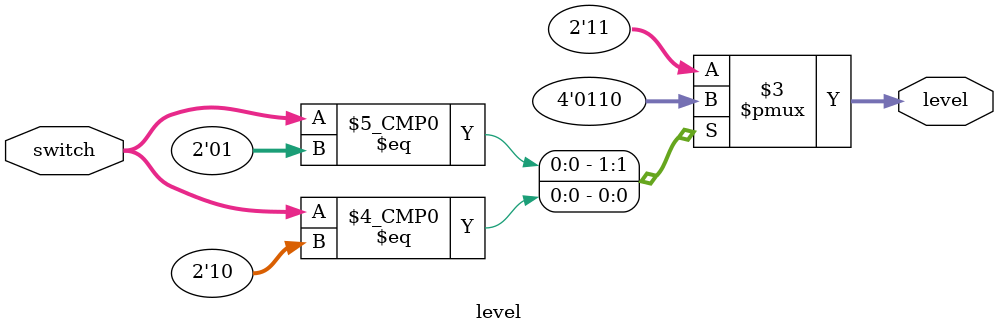
<source format=v>
`timescale 1ns / 1ps
module level (level, switch);
    output reg [1:0] level;
    input [1:0] switch;

    always @(*) begin
        case (switch)
            2'b01: level = 2'b01;
            2'b10: level = 2'b10;
            default: level = 2'b11;
        endcase
    end
endmodule
</source>
